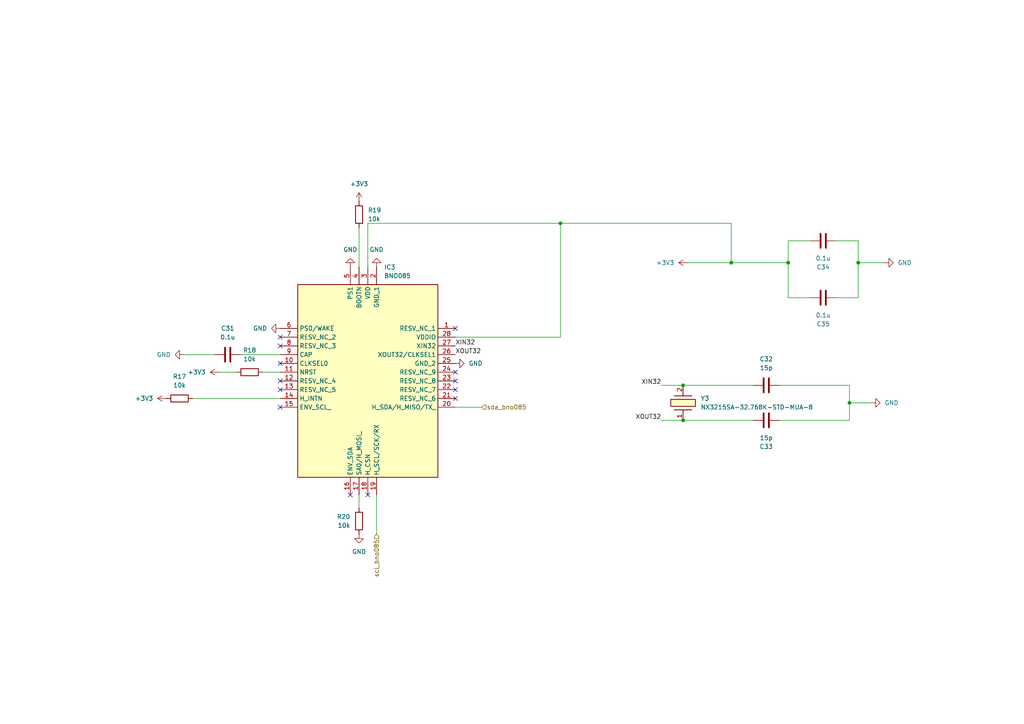
<source format=kicad_sch>
(kicad_sch (version 20250114) (generator "eeschema") (generator_version "9.0")
  (paper "A4")
  (lib_symbols
    (symbol "Device:C" (pin_numbers (hide yes)) (pin_names (offset 0.254))
      (property "Reference" "C" (at 0.635 2.54 0))
      (property "Value" "C" (at 0.635 -2.54 0))
      (symbol "C_0_1"
        (polyline (pts (xy -2.032 0.762) (xy 2.032 0.762)) (stroke (width 0.508)))
        (polyline (pts (xy -2.032 -0.762) (xy 2.032 -0.762)) (stroke (width 0.508)))
      )
      (symbol "C_1_1"
        (pin passive line (at 0 3.81 270) (length 2.794) (name "~") (number "1"))
        (pin passive line (at 0 -3.81 90) (length 2.794) (name "~") (number "2"))
      )
    )
    (symbol "Device:R" (pin_numbers (hide yes)) (pin_names (offset 0))
      (property "Reference" "R" (at 2.032 0 90))
      (property "Value" "R" (at 0 0 90))
      (symbol "R_0_1"
        (rectangle (start -1.016 -2.54) (end 1.016 2.54) (stroke (width 0.254)))
      )
      (symbol "R_1_1"
        (pin passive line (at 0 3.81 270) (length 1.27) (name "~") (number "1"))
        (pin passive line (at 0 -3.81 90) (length 1.27) (name "~") (number "2"))
      )
    )
    (symbol "SamacSys_Parts:BNO085"
      (property "Reference" "IC" (at 46.99 17.78 0))
      (property "Value" "BNO085" (at 46.99 15.24 0))
      (symbol "BNO085_1_1"
        (rectangle (start 5.08 12.7) (end 45.72 -43.18) (stroke (width 0.254)) (fill (type background)))
        (pin passive line (at 0 0 0) (length 5.08) (name "PS0/WAKE") (number "6"))
        (pin passive line (at 0 -2.54 0) (length 5.08) (name "RESV_NC_2") (number "7"))
        (pin passive line (at 0 -5.08 0) (length 5.08) (name "RESV_NC_3") (number "8"))
        (pin passive line (at 0 -7.62 0) (length 5.08) (name "CAP") (number "9"))
        (pin passive line (at 0 -10.16 0) (length 5.08) (name "CLKSEL0") (number "10"))
        (pin passive line (at 0 -12.7 0) (length 5.08) (name "NRST") (number "11"))
        (pin passive line (at 0 -15.24 0) (length 5.08) (name "RESV_NC_4") (number "12"))
        (pin passive line (at 0 -17.78 0) (length 5.08) (name "RESV_NC_5") (number "13"))
        (pin passive line (at 0 -20.32 0) (length 5.08) (name "H_INTN") (number "14"))
        (pin passive line (at 0 -22.86 0) (length 5.08) (name "ENV_SCL_") (number "15"))
        (pin passive line (at 20.32 17.78 270) (length 5.08) (name "PS1") (number "5"))
        (pin passive line (at 20.32 -48.26 90) (length 5.08) (name "ENV_SDA") (number "16"))
        (pin passive line (at 22.86 17.78 270) (length 5.08) (name "BOOTN") (number "4"))
        (pin passive line (at 22.86 -48.26 90) (length 5.08) (name "SA0/H_MOSI_") (number "17"))
        (pin passive line (at 25.4 17.78 270) (length 5.08) (name "VDD") (number "3"))
        (pin passive line (at 25.4 -48.26 90) (length 5.08) (name "H_CSN") (number "18"))
        (pin passive line (at 27.94 17.78 270) (length 5.08) (name "GND_1") (number "2"))
        (pin passive line (at 27.94 -48.26 90) (length 5.08) (name "H_SCL/SCK/RX") (number "19"))
        (pin passive line (at 50.8 0 180) (length 5.08) (name "RESV_NC_1") (number "1"))
        (pin passive line (at 50.8 -2.54 180) (length 5.08) (name "VDDIO") (number "28"))
        (pin passive line (at 50.8 -5.08 180) (length 5.08) (name "XIN32") (number "27"))
        (pin passive line (at 50.8 -7.62 180) (length 5.08) (name "XOUT32/CLKSEL1") (number "26"))
        (pin passive line (at 50.8 -10.16 180) (length 5.08) (name "GND_2") (number "25"))
        (pin passive line (at 50.8 -12.7 180) (length 5.08) (name "RESV_NC_9") (number "24"))
        (pin passive line (at 50.8 -15.24 180) (length 5.08) (name "RESV_NC_8") (number "23"))
        (pin passive line (at 50.8 -17.78 180) (length 5.08) (name "RESV_NC_7") (number "22"))
        (pin passive line (at 50.8 -20.32 180) (length 5.08) (name "RESV_NC_6") (number "21"))
        (pin passive line (at 50.8 -22.86 180) (length 5.08) (name "H_SDA/H_MISO/TX_") (number "20"))
      )
    )
    (symbol "SamacSys_Parts:NX3215SA-32.768K-STD-MUA-8" (pin_names (hide yes))
      (property "Reference" "Y" (at 8.89 6.35 0))
      (property "Value" "NX3215SA-32.768K-STD-MUA-8" (at 8.89 3.81 0))
      (symbol "NX3215SA-32.768K-STD-MUA-8_1_1"
        (polyline (pts (xy 3.048 2.54) (xy 3.048 -2.54)) (stroke (width 0.254)))
        (polyline (pts (xy 3.048 0) (xy 2.54 0)) (stroke (width 0.254)))
        (rectangle (start 4.064 3.556) (end 6.096 -3.556) (stroke (width 0.254)) (fill (type background)))
        (polyline (pts (xy 7.112 2.54) (xy 7.112 -2.54)) (stroke (width 0.254)))
        (polyline (pts (xy 7.112 0) (xy 7.62 0)) (stroke (width 0.254)))
        (pin passive line (at 0 0 0) (length 2.54) (name "CRYSTAL_2") (number "2"))
        (pin passive line (at 10.16 0 180) (length 2.54) (name "1") (number "1"))
      )
    )
    (symbol "power:+3V3" (power) (pin_numbers (hide yes)) (pin_names (offset 0) (hide yes))
      (property "Value" "+3V3" (at 0 3.556 0))
      (symbol "+3V3_0_1"
        (polyline (pts (xy -0.762 1.27) (xy 0 2.54)))
        (polyline (pts (xy 0 2.54) (xy 0.762 1.27)))
        (polyline (pts (xy 0 0) (xy 0 2.54)))
      )
      (symbol "+3V3_1_1"
        (pin power_in line (at 0 0 90) (length 0) (name "~") (number "1"))
      )
    )
    (symbol "power:GND" (power) (pin_numbers (hide yes)) (pin_names (offset 0) (hide yes))
      (property "Value" "GND" (at 0 -3.81 0))
      (symbol "GND_0_1"
        (polyline (pts (xy 0 0) (xy 0 -1.27) (xy 1.27 -1.27) (xy 0 -2.54) (xy -1.27 -1.27) (xy 0 -1.27)))
      )
      (symbol "GND_1_1"
        (pin power_in line (at 0 0 270) (length 0) (name "~") (number "1"))
      )
    )
  )
  (junction (at 228.6 76.2))
  (junction (at 198.12 121.92))
  (junction (at 212.09 76.2))
  (junction (at 248.92 76.2))
  (junction (at 162.56 64.77))
  (junction (at 246.38 116.84))
  (junction (at 198.12 111.76))
  (no_connect (at 81.28 118.11))
  (no_connect (at 106.68 143.51))
  (no_connect (at 132.08 113.03))
  (no_connect (at 132.08 115.57))
  (no_connect (at 101.6 143.51))
  (no_connect (at 132.08 95.25))
  (no_connect (at 81.28 97.79))
  (no_connect (at 81.28 100.33))
  (no_connect (at 81.28 105.41))
  (no_connect (at 132.08 107.95))
  (no_connect (at 132.08 110.49))
  (no_connect (at 81.28 110.49))
  (no_connect (at 81.28 113.03))
  (wire (pts (xy 76.2 107.95) (xy 81.28 107.95)))
  (wire (pts (xy 248.92 76.2) (xy 248.92 86.36)))
  (wire (pts (xy 246.38 121.92) (xy 226.06 121.92)))
  (wire (pts (xy 198.12 111.76) (xy 218.44 111.76)))
  (wire (pts (xy 246.38 116.84) (xy 246.38 121.92)))
  (wire (pts (xy 132.08 97.79) (xy 162.56 97.79)))
  (wire (pts (xy 242.57 69.85) (xy 248.92 69.85)))
  (wire (pts (xy 53.34 102.87) (xy 62.23 102.87)))
  (wire (pts (xy 248.92 69.85) (xy 248.92 76.2)))
  (wire (pts (xy 246.38 116.84) (xy 252.73 116.84)))
  (wire (pts (xy 162.56 97.79) (xy 162.56 64.77)))
  (wire (pts (xy 228.6 76.2) (xy 228.6 86.36)))
  (wire (pts (xy 191.77 111.76) (xy 198.12 111.76)))
  (wire (pts (xy 191.77 121.92) (xy 198.12 121.92)))
  (wire (pts (xy 162.56 64.77) (xy 212.09 64.77)))
  (wire (pts (xy 228.6 69.85) (xy 228.6 76.2)))
  (wire (pts (xy 228.6 86.36) (xy 234.95 86.36)))
  (wire (pts (xy 246.38 111.76) (xy 246.38 116.84)))
  (wire (pts (xy 55.88 115.57) (xy 81.28 115.57)))
  (wire (pts (xy 132.08 118.11) (xy 139.7 118.11)))
  (wire (pts (xy 212.09 76.2) (xy 212.09 64.77)))
  (wire (pts (xy 104.14 143.51) (xy 104.14 147.32)))
  (wire (pts (xy 248.92 86.36) (xy 242.57 86.36)))
  (wire (pts (xy 109.22 143.51) (xy 109.22 154.94)))
  (wire (pts (xy 212.09 76.2) (xy 228.6 76.2)))
  (wire (pts (xy 104.14 66.04) (xy 104.14 77.47)))
  (wire (pts (xy 69.85 102.87) (xy 81.28 102.87)))
  (wire (pts (xy 234.95 69.85) (xy 228.6 69.85)))
  (wire (pts (xy 106.68 64.77) (xy 162.56 64.77)))
  (wire (pts (xy 248.92 76.2) (xy 256.54 76.2)))
  (wire (pts (xy 198.12 121.92) (xy 218.44 121.92)))
  (wire (pts (xy 63.5 107.95) (xy 68.58 107.95)))
  (wire (pts (xy 106.68 64.77) (xy 106.68 77.47)))
  (wire (pts (xy 226.06 111.76) (xy 246.38 111.76)))
  (wire (pts (xy 199.39 76.2) (xy 212.09 76.2)))
  (label "XIN32" (at 132.08 100.33 0))
  (label "XIN32" (at 191.77 111.76 180))
  (label "XOUT32" (at 191.77 121.92 180))
  (label "XOUT32" (at 132.08 102.87 0))
  (hierarchical_label "scl_bno085" (shape input) (at 109.22 154.94 270))
  (hierarchical_label "sda_bno085" (shape input) (at 139.7 118.11 0))
  (symbol (lib_id "Device:R") (at 104.14 151.13 0) (mirror y) (unit 1)
    (property "Reference" "R20" (at 101.6 149.8599 0) (effects (justify left)))
    (property "Value" "10k" (at 101.6 152.3999 0) (effects (justify left)))
    (property "Footprint" "Resistor_SMD:R_1206_3216Metric" (effects (hide yes)))
    (property "Description" "Resistor" (effects (hide yes)))
  )
  (symbol (lib_id "power:GND") (at 109.22 77.47 180) (unit 1)
    (property "Reference" "#PWR075" (effects (hide yes)))
    (property "Value" "GND" (at 109.22 72.39 0))
    (property "Description" "Power symbol creates a global label with name \"GND\" , ground" (effects (hide yes)))
  )
  (symbol (lib_id "power:GND") (at 256.54 76.2 90) (unit 1)
    (property "Reference" "#PWR079" (effects (hide yes)))
    (property "Value" "GND" (at 260.35 76.1999 90) (effects (justify right)))
    (property "Description" "Power symbol creates a global label with name \"GND\" , ground" (effects (hide yes)))
  )
  (symbol (lib_id "Device:R") (at 72.39 107.95 90) (unit 1)
    (property "Reference" "R18" (at 72.39 101.6 90))
    (property "Value" "10k" (at 72.39 104.14 90))
    (property "Footprint" "Resistor_SMD:R_0603_1608Metric" (effects (hide yes)))
    (property "Description" "Resistor" (effects (hide yes)))
  )
  (symbol (lib_id "Device:R") (at 104.14 62.23 0) (unit 1)
    (property "Reference" "R19" (at 106.68 60.9599 0) (effects (justify left)))
    (property "Value" "10k" (at 106.68 63.4999 0) (effects (justify left)))
    (property "Footprint" "Resistor_SMD:R_1206_3216Metric" (effects (hide yes)))
    (property "Description" "Resistor" (effects (hide yes)))
  )
  (symbol (lib_id "Device:C") (at 222.25 121.92 90) (mirror x) (unit 1)
    (property "Reference" "C33" (at 222.25 129.54 90))
    (property "Value" "15p" (at 222.25 127 90))
    (property "Footprint" "Capacitor_SMD:C_0805_2012Metric" (effects (hide yes)))
    (property "Description" "Unpolarized capacitor" (effects (hide yes)))
  )
  (symbol (lib_id "SamacSys_Parts:BNO085") (at 81.28 95.25 0) (unit 1)
    (property "Reference" "IC3" (at 111.4141 77.47 0) (effects (justify left)))
    (property "Value" "BNO085" (at 111.4141 80.01 0) (effects (justify left)))
    (property "Footprint" "footprint:BNO085" (effects (hide yes)))
    (property "Datasheet" "https://www.ceva-dsp.com/wp-content/uploads/2019/10/BNO080_085-Datasheet.pdf" (effects (hide yes)))
    (property "Description" "Board Mount Motion & Position Sensors 9-axis IMU" (effects (hide yes)))
    (property "Height" "1.18" (effects (hide yes)))
    (property "Manufacturer_Name" "CEVA" (effects (hide yes)))
    (property "Manufacturer_Part_Number" "BNO085" (effects (hide yes)))
    (property "Mouser Part Number" "526-BNO085" (effects (hide yes)))
    (property "Mouser Price/Stock" "https://www.mouser.co.uk/ProductDetail/CEVA/BNO085?qs=ulEaXIWI0c9BFVeZDQCmmQ%3D%3D" (effects (hide yes)))
  )
  (symbol (lib_id "power:+3V3") (at 48.26 115.57 90) (unit 1)
    (property "Reference" "#PWR068" (effects (hide yes)))
    (property "Value" "+3V3" (at 44.45 115.5699 90) (effects (justify left)))
    (property "Description" "Power symbol creates a global label with name \"+3V3\"" (effects (hide yes)))
  )
  (symbol (lib_id "Device:C") (at 238.76 86.36 90) (mirror x) (unit 1)
    (property "Reference" "C35" (at 238.76 93.98 90))
    (property "Value" "0.1u" (at 238.76 91.44 90))
    (property "Footprint" "Capacitor_SMD:C_0805_2012Metric" (effects (hide yes)))
    (property "Description" "Unpolarized capacitor" (effects (hide yes)))
  )
  (symbol (lib_id "Device:C") (at 66.04 102.87 270) (unit 1)
    (property "Reference" "C31" (at 66.04 95.25 90))
    (property "Value" "0.1u" (at 66.04 97.79 90))
    (property "Footprint" "Capacitor_SMD:C_0805_2012Metric" (effects (hide yes)))
    (property "Description" "Unpolarized capacitor" (effects (hide yes)))
  )
  (symbol (lib_id "power:+3V3") (at 63.5 107.95 90) (unit 1)
    (property "Reference" "#PWR070" (effects (hide yes)))
    (property "Value" "+3V3" (at 59.69 107.9499 90) (effects (justify left)))
    (property "Description" "Power symbol creates a global label with name \"+3V3\"" (effects (hide yes)))
  )
  (symbol (lib_id "Device:C") (at 238.76 69.85 90) (mirror x) (unit 1)
    (property "Reference" "C34" (at 238.76 77.47 90))
    (property "Value" "0.1u" (at 238.76 74.93 90))
    (property "Footprint" "Capacitor_SMD:C_0805_2012Metric" (effects (hide yes)))
    (property "Description" "Unpolarized capacitor" (effects (hide yes)))
  )
  (symbol (lib_id "power:GND") (at 132.08 105.41 90) (unit 1)
    (property "Reference" "#PWR076" (effects (hide yes)))
    (property "Value" "GND" (at 135.89 105.4099 90) (effects (justify right)))
    (property "Description" "Power symbol creates a global label with name \"GND\" , ground" (effects (hide yes)))
  )
  (symbol (lib_id "power:GND") (at 104.14 154.94 0) (unit 1)
    (property "Reference" "#PWR074" (effects (hide yes)))
    (property "Value" "GND" (at 104.14 160.02 0))
    (property "Description" "Power symbol creates a global label with name \"GND\" , ground" (effects (hide yes)))
  )
  (symbol (lib_id "Device:R") (at 52.07 115.57 90) (unit 1)
    (property "Reference" "R17" (at 52.07 109.22 90))
    (property "Value" "10k" (at 52.07 111.76 90))
    (property "Footprint" "Resistor_SMD:R_1206_3216Metric" (effects (hide yes)))
    (property "Description" "Resistor" (effects (hide yes)))
  )
  (symbol (lib_id "power:GND") (at 81.28 95.25 270) (unit 1)
    (property "Reference" "#PWR071" (effects (hide yes)))
    (property "Value" "GND" (at 77.47 95.2499 90) (effects (justify right)))
    (property "Description" "Power symbol creates a global label with name \"GND\" , ground" (effects (hide yes)))
  )
  (symbol (lib_id "power:+3V3") (at 199.39 76.2 90) (unit 1)
    (property "Reference" "#PWR077" (effects (hide yes)))
    (property "Value" "+3V3" (at 195.58 76.1999 90) (effects (justify left)))
    (property "Description" "Power symbol creates a global label with name \"+3V3\"" (effects (hide yes)))
  )
  (symbol (lib_id "power:GND") (at 252.73 116.84 90) (unit 1)
    (property "Reference" "#PWR078" (effects (hide yes)))
    (property "Value" "GND" (at 256.54 116.8399 90) (effects (justify right)))
    (property "Description" "Power symbol creates a global label with name \"GND\" , ground" (effects (hide yes)))
  )
  (symbol (lib_id "power:+3V3") (at 104.14 58.42 0) (unit 1)
    (property "Reference" "#PWR073" (effects (hide yes)))
    (property "Value" "+3V3" (at 104.14 53.34 0))
    (property "Description" "Power symbol creates a global label with name \"+3V3\"" (effects (hide yes)))
  )
  (symbol (lib_id "SamacSys_Parts:NX3215SA-32.768K-STD-MUA-8") (at 198.12 111.76 270) (unit 1)
    (property "Reference" "Y3" (at 203.2 115.5699 90) (effects (justify left)))
    (property "Value" "NX3215SA-32.768K-STD-MUA-8" (at 203.2 118.1099 90) (effects (justify left)))
    (property "Footprint" "footprint:NX3215SA32768KSTDMUA8" (effects (hide yes)))
    (property "Datasheet" "https://www.arrow.com/en/products/nx3215sa32.768kstdmua8/ndk" (effects (hide yes)))
    (property "Description" "CRYSTAL 32.7680KHZ 12.5PF SMD" (effects (hide yes)))
    (property "Height" "0.9" (effects (hide yes)))
    (property "Manufacturer_Name" "NDK" (effects (hide yes)))
    (property "Manufacturer_Part_Number" "NX3215SA-32.768K-STD-MUA-8" (effects (hide yes)))
    (property "Mouser Part Number" "344-NX3215SA32768K8" (effects (hide yes)))
    (property "Mouser Price/Stock" "https://www.mouser.co.uk/ProductDetail/NDK/NX3215SA-32.768K-STD-MUA-8?qs=55YtniHzbhBdnrw6egvs7Q%3D%3D" (effects (hide yes)))
    (property "Arrow Part Number" "NX3215SA-32.768K-STD-MUA-8" (effects (hide yes)))
    (property "Arrow Price/Stock" "https://www.arrow.com/en/products/nx3215sa32.768kstdmua8/ndk" (effects (hide yes)))
  )
  (symbol (lib_id "power:GND") (at 53.34 102.87 270) (unit 1)
    (property "Reference" "#PWR069" (effects (hide yes)))
    (property "Value" "GND" (at 49.53 102.8699 90) (effects (justify right)))
    (property "Description" "Power symbol creates a global label with name \"GND\" , ground" (effects (hide yes)))
  )
  (symbol (lib_id "Device:C") (at 222.25 111.76 90) (unit 1)
    (property "Reference" "C32" (at 222.25 104.14 90))
    (property "Value" "15p" (at 222.25 106.68 90))
    (property "Footprint" "Capacitor_SMD:C_0805_2012Metric" (effects (hide yes)))
    (property "Description" "Unpolarized capacitor" (effects (hide yes)))
  )
  (symbol (lib_id "power:GND") (at 101.6 77.47 180) (unit 1)
    (property "Reference" "#PWR072" (effects (hide yes)))
    (property "Value" "GND" (at 101.6 72.39 0))
    (property "Description" "Power symbol creates a global label with name \"GND\" , ground" (effects (hide yes)))
  )
)
</source>
